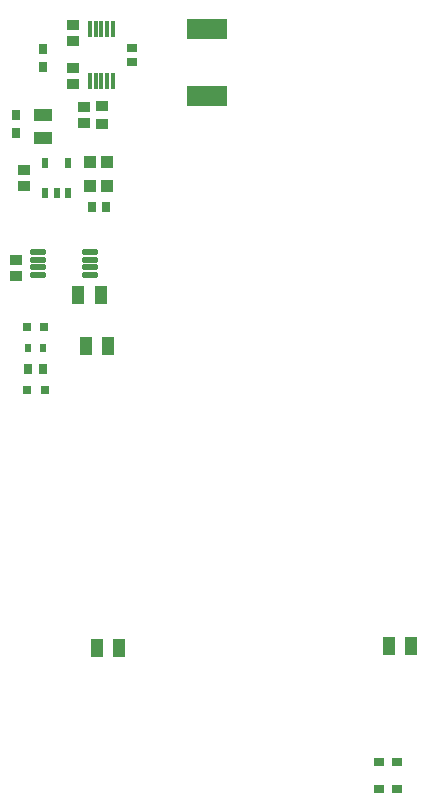
<source format=gtp>
G04*
G04 #@! TF.GenerationSoftware,Altium Limited,Altium Designer,19.1.9 (167)*
G04*
G04 Layer_Color=8421504*
%FSLAX25Y25*%
%MOIN*%
G70*
G01*
G75*
%ADD16R,0.05906X0.04331*%
%ADD17R,0.02756X0.03347*%
%ADD18R,0.03347X0.02756*%
%ADD19R,0.04331X0.05906*%
%ADD20R,0.03347X0.02756*%
%ADD21R,0.02756X0.03347*%
%ADD22R,0.04134X0.03740*%
%ADD23R,0.03937X0.03543*%
%ADD24R,0.03150X0.03543*%
%ADD25R,0.03937X0.04331*%
G04:AMPARAMS|DCode=26|XSize=21.65mil|YSize=31.5mil|CornerRadius=1.95mil|HoleSize=0mil|Usage=FLASHONLY|Rotation=180.000|XOffset=0mil|YOffset=0mil|HoleType=Round|Shape=RoundedRectangle|*
%AMROUNDEDRECTD26*
21,1,0.02165,0.02760,0,0,180.0*
21,1,0.01776,0.03150,0,0,180.0*
1,1,0.00390,-0.00888,0.01380*
1,1,0.00390,0.00888,0.01380*
1,1,0.00390,0.00888,-0.01380*
1,1,0.00390,-0.00888,-0.01380*
%
%ADD26ROUNDEDRECTD26*%
%ADD27R,0.01181X0.05709*%
G04:AMPARAMS|DCode=28|XSize=17.72mil|YSize=53.15mil|CornerRadius=1.95mil|HoleSize=0mil|Usage=FLASHONLY|Rotation=90.000|XOffset=0mil|YOffset=0mil|HoleType=Round|Shape=RoundedRectangle|*
%AMROUNDEDRECTD28*
21,1,0.01772,0.04925,0,0,90.0*
21,1,0.01382,0.05315,0,0,90.0*
1,1,0.00390,0.02463,0.00691*
1,1,0.00390,0.02463,-0.00691*
1,1,0.00390,-0.02463,-0.00691*
1,1,0.00390,-0.02463,0.00691*
%
%ADD28ROUNDEDRECTD28*%
%ADD29R,0.13386X0.07087*%
%ADD30R,0.02362X0.03150*%
%ADD31R,0.03150X0.03150*%
D16*
X112500Y380500D02*
D03*
Y387900D02*
D03*
D17*
Y410102D02*
D03*
Y404000D02*
D03*
X103500Y388051D02*
D03*
Y381949D02*
D03*
D18*
X142000Y405539D02*
D03*
Y410461D02*
D03*
D19*
X124253Y328000D02*
D03*
X131653D02*
D03*
X126800Y311000D02*
D03*
X134200D02*
D03*
X137700Y210500D02*
D03*
X130300D02*
D03*
X227800Y211000D02*
D03*
X235200D02*
D03*
D20*
X230602Y163500D02*
D03*
X224500D02*
D03*
X230602Y172500D02*
D03*
X224500D02*
D03*
D21*
X112461Y303500D02*
D03*
X107539D02*
D03*
D22*
X132000Y385146D02*
D03*
Y390854D02*
D03*
D23*
X103500Y334343D02*
D03*
Y339657D02*
D03*
X106000Y364342D02*
D03*
Y369657D02*
D03*
X122500Y418000D02*
D03*
Y412685D02*
D03*
X126000Y390657D02*
D03*
Y385343D02*
D03*
X122500Y398342D02*
D03*
Y403657D02*
D03*
D24*
X133500Y357500D02*
D03*
X128776D02*
D03*
D25*
X128244Y364500D02*
D03*
X133756D02*
D03*
X133756Y372500D02*
D03*
X128244D02*
D03*
D26*
X113260Y361980D02*
D03*
X117000D02*
D03*
X120740D02*
D03*
Y372020D02*
D03*
X113260D02*
D03*
D27*
X128000Y399500D02*
D03*
X129969D02*
D03*
X131937D02*
D03*
X133905D02*
D03*
X135874D02*
D03*
Y416823D02*
D03*
X133905D02*
D03*
X131937D02*
D03*
X129969D02*
D03*
X128000D02*
D03*
D28*
X128260Y342339D02*
D03*
X110740D02*
D03*
Y339779D02*
D03*
Y337221D02*
D03*
Y334661D02*
D03*
X128260Y339779D02*
D03*
Y337221D02*
D03*
Y334661D02*
D03*
D29*
X167000Y416524D02*
D03*
Y394476D02*
D03*
D30*
X112559Y310500D02*
D03*
X107441D02*
D03*
D31*
X107095Y296500D02*
D03*
X113000D02*
D03*
X107047Y317500D02*
D03*
X112953D02*
D03*
M02*

</source>
